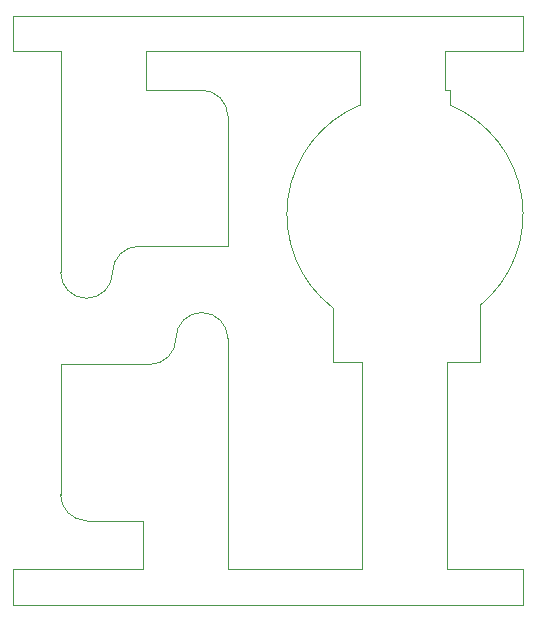
<source format=gbr>
%TF.GenerationSoftware,KiCad,Pcbnew,7.0.5*%
%TF.CreationDate,2024-01-16T16:22:41+08:00*%
%TF.ProjectId,ZeroMini,5a65726f-4d69-46e6-992e-6b696361645f,rev?*%
%TF.SameCoordinates,Original*%
%TF.FileFunction,Profile,NP*%
%FSLAX46Y46*%
G04 Gerber Fmt 4.6, Leading zero omitted, Abs format (unit mm)*
G04 Created by KiCad (PCBNEW 7.0.5) date 2024-01-16 16:22:41*
%MOMM*%
%LPD*%
G01*
G04 APERTURE LIST*
%TA.AperFunction,Profile*%
%ADD10C,0.100000*%
%TD*%
G04 APERTURE END LIST*
D10*
X145800000Y-36410000D02*
X149800000Y-36410000D01*
X145800000Y-33410000D02*
X145800000Y-36410000D01*
X152000000Y-57343000D02*
G75*
G03*
X154200000Y-55143000I0J2200000D01*
G01*
X157356000Y-62943000D02*
G75*
G03*
X159556000Y-60743000I0J2200000D01*
G01*
X157356000Y-62943000D02*
X149800000Y-62943000D01*
X182346000Y-36410000D02*
X182346000Y-39720000D01*
X175356000Y-80280000D02*
X163956000Y-80280000D01*
X157000000Y-36410000D02*
X175146000Y-36410000D01*
X149800000Y-73966000D02*
X149800000Y-62943000D01*
X163956000Y-41920000D02*
X163956000Y-52943000D01*
X175142210Y-40989812D02*
G75*
G03*
X172825224Y-58134227I3813790J-9244188D01*
G01*
X175356000Y-62774000D02*
X175356000Y-80280000D01*
X182766000Y-39720000D02*
X182766000Y-40990000D01*
X175356000Y-62774000D02*
X172825224Y-62774000D01*
X163956000Y-80280000D02*
X163956000Y-76166000D01*
X182556000Y-80280000D02*
X188956400Y-80280000D01*
X157000000Y-39720000D02*
X161756000Y-39720000D01*
X156756000Y-76166000D02*
X152000000Y-76166000D01*
X161756000Y-58543000D02*
G75*
G03*
X159556000Y-60743000I0J-2200000D01*
G01*
X163956000Y-60743000D02*
G75*
G03*
X161756000Y-58543000I-2200000J0D01*
G01*
X163956000Y-76166000D02*
X163956000Y-60743000D01*
X145800000Y-80280000D02*
X156756000Y-80280000D01*
X149800000Y-55143000D02*
G75*
G03*
X152000000Y-57343000I2200000J0D01*
G01*
X149800000Y-39720000D02*
X149800000Y-55143000D01*
X175146000Y-40990000D02*
X175146000Y-39720000D01*
X182556000Y-62774000D02*
X185297936Y-62774000D01*
X157000000Y-36410000D02*
X157000000Y-39720000D01*
X185297936Y-57965743D02*
X185297936Y-62774000D01*
X185297936Y-57965743D02*
G75*
G03*
X182769790Y-40989812I-6341936J7731743D01*
G01*
X172825224Y-58134227D02*
X172825224Y-62774000D01*
X145800000Y-80280000D02*
X145800000Y-83280000D01*
X149800000Y-73966000D02*
G75*
G03*
X152000000Y-76166000I2200000J0D01*
G01*
X188956400Y-33410000D02*
X188956400Y-36410000D01*
X156756000Y-80280000D02*
X156756000Y-76166000D01*
X163956000Y-41920000D02*
G75*
G03*
X161756000Y-39720000I-2200000J0D01*
G01*
X182556000Y-62774000D02*
X182556000Y-80280000D01*
X145800000Y-83280000D02*
X188956400Y-83280000D01*
X182346000Y-39720000D02*
X182766000Y-39720000D01*
X149800000Y-36410000D02*
X149800000Y-39720000D01*
X145800000Y-33410000D02*
X188956400Y-33410000D01*
X175146000Y-36410000D02*
X175146000Y-39720000D01*
X156400000Y-52943000D02*
G75*
G03*
X154200000Y-55143000I0J-2200000D01*
G01*
X182346000Y-36410000D02*
X188956400Y-36410000D01*
X156400000Y-52943000D02*
X163956000Y-52943000D01*
X188956400Y-83280000D02*
X188956400Y-80280000D01*
M02*

</source>
